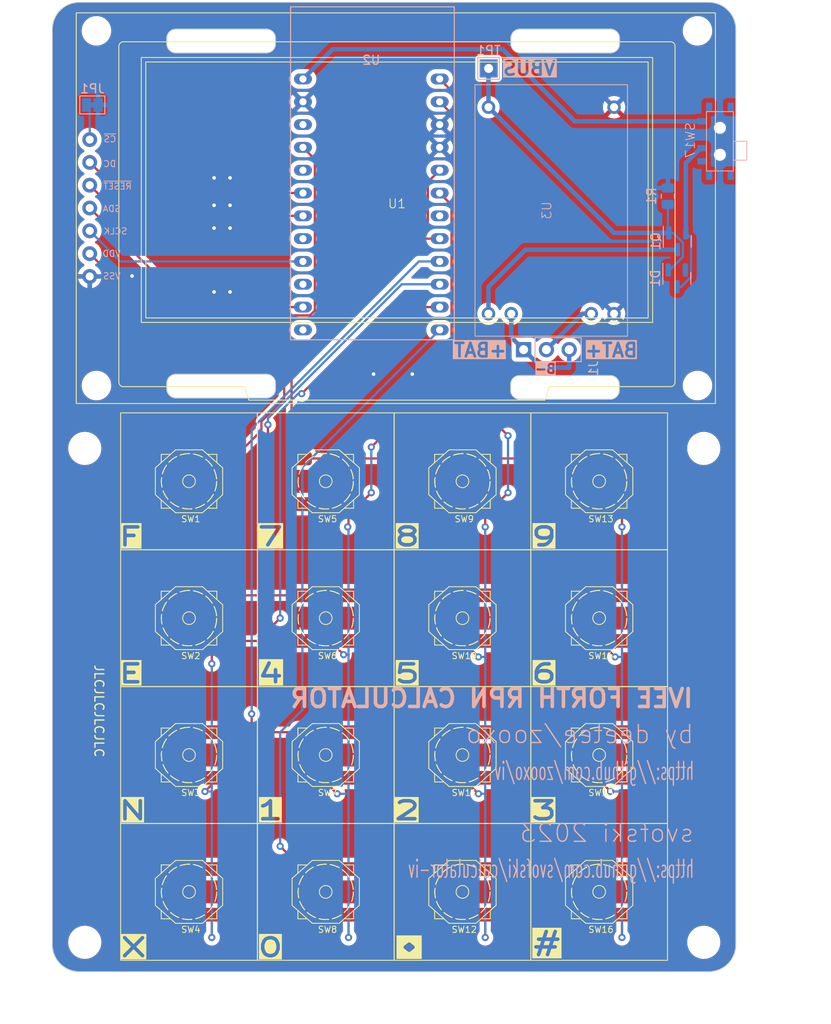
<source format=kicad_pcb>
(kicad_pcb (version 20221018) (generator pcbnew)
  (layers (0 "F.Cu" signal) (31 "B.Cu" signal) (34 "B.Paste" user) (35 "F.Paste" user) (36 "B.SilkS" user "B.Silkscreen") (37 "F.SilkS" user "F.Silkscreen") (38 "B.Mask" user) (39 "F.Mask" user) (44 "Edge.Cuts" user))
  (net 0 "")
  (net 7 "GND")
  (net 8 "Net-(JP1-B)")
  (net 9 "/KEY_F")
  (net 10 "/COL_1")
  (net 11 "/ROW_E")
  (net 12 "/ROW_N")
  (net 13 "/ROW_X")
  (net 14 "/ROW_F")
  (net 15 "/COL_2")
  (net 16 "/COL_3")
  (net 17 "/COL_4")
  (net 18 "/VCC")
  (net 19 "/SCK")
  (net 20 "/SDA")
  (net 21 "/~{RESET}")
  (net 22 "/DC")
  (net 23 "/VBUS")
  (net 25 "Net-(D1-COM)")
  (net 26 "Net-(J1-Pin_1)")
  (net 27 "Net-(J1-Pin_2)")
  (net 28 "Net-(Q1-D)")
  (net 29 "/RAW")
  (footprint "MountingHole:MountingHole_3.2mm_M3" (layer "F.Cu") (at 141.2 95.4)
    (fp_text reference "H4" hide)
    (fp_text value "MountingHole")
    (pad "" np_thru_hole circle (at 0 0) (size 3.2 3.2) (drill 3.2) (layers "*.Cu" "*.Mask"))
  )
  (footprint "SKRRAAE010_Dome_Switch:SKRRAAE010-15.24mm-keyboard-pitch" (layer "F.Cu") (at 83.82 114.3)
    (fp_text reference "SW2" (at 0.2 4.2 unlocked) (layer "F.SilkS") (effects (font (size 0.7 0.7) (thickness 0.1))))
    (fp_text value "~" hide)
    (pad "1" smd roundrect (at -2.54 -2.54) (size 2 1.524) (layers "F.Cu" "F.Paste" "F.Mask") (net 11 "/ROW_E"))
    (pad "2" smd roundrect (at -2.54 2.54) (size 2 1.524) (layers "F.Cu" "F.Paste" "F.Mask") (net 10 "/COL_1"))
    (pad "3" smd roundrect (at 2.54 -2.54) (size 2 1.524) (layers "F.Cu" "F.Paste" "F.Mask") (net 11 "/ROW_E"))
    (pad "4" smd roundrect (at 2.54 2.54) (size 2 1.524) (layers "F.Cu" "F.Paste" "F.Mask") (net 10 "/COL_1"))
  )
  (footprint "OLED_Display:OLED_2.42inch_SPI_7PIN" (layer "F.Cu") (at 107 68.65)
    (fp_text reference "U1" (at 0 -0.5 unlocked) (layer "F.SilkS") (effects (font (thickness 0.1))))
    (fp_text value "~")
    (fp_text user "SDA" (at -30.75 0.47 unlocked) (layer "B.SilkS") (effects (font (size 0.7 0.7) (thickness 0.1)) (justify left bottom mirror)))
    (fp_text user "SCLK" (at -30 2.97 unlocked) (layer "B.SilkS") (effects (font (size 0.7 0.7) (thickness 0.1)) (justify left bottom mirror)))
    (fp_text user "VDD" (at -30.75 5.47 unlocked) (layer "B.SilkS") (effects (font (size 0.7 0.7) (thickness 0.1)) (justify left bottom mirror)))
    (fp_text user "VSS" (at -30.75 7.97 unlocked) (layer "B.SilkS") (effects (font (size 0.7 0.7) (thickness 0.1)) (justify left bottom mirror)))
    (fp_text user "DC" (at -31.25 -4.53 unlocked) (layer "B.SilkS") (effects (font (size 0.7 0.7) (thickness 0.1)) (justify left bottom mirror)))
    (fp_text user "~{RESET}" (at -29.5 -2.03 unlocked) (layer "B.SilkS") (effects (font (size 0.7 0.7) (thickness 0.1)) (justify left bottom mirror)))
    (fp_text user "~{CS}" (at -31.25 -7.28 unlocked) (layer "B.SilkS") (effects (font (size 0.7 0.7) (thickness 0.1)) (justify left bottom mirror)))
    (pad "" np_thru_hole circle (at -33.5 -19.75) (size 2.8 2.8) (drill 2.8) (layers "F&B.Cu" "*.Mask"))
    (pad "" np_thru_hole circle (at -33.5 19.75) (size 2.8 2.8) (drill 2.8) (layers "F&B.Cu" "*.Mask"))
    (pad "" np_thru_hole circle (at 33.5 -19.75) (size 2.8 2.8) (drill 2.8) (layers "F&B.Cu" "*.Mask"))
    (pad "" np_thru_hole circle (at 33.5 19.75) (size 2.8 2.8) (drill 2.8) (layers "F&B.Cu" "*.Mask"))
    (pad "1" thru_hole oval (at -34.25 7.6) (size 1.65 1.65) (drill 0.9) (layers "*.Cu" "*.Mask") (net 7 "GND"))
    (pad "2" thru_hole oval (at -34.25 5.06) (size 1.65 1.65) (drill 0.9) (layers "*.Cu" "*.Mask") (net 18 "/VCC"))
    (pad "3" thru_hole oval (at -34.25 2.52) (size 1.65 1.65) (drill 0.9) (layers "*.Cu" "*.Mask") (net 19 "/SCK"))
    (pad "4" thru_hole oval (at -34.25 -0.02) (size 1.65 1.65) (drill 0.9) (layers "*.Cu" "*.Mask") (net 20 "/SDA"))
    (pad "5" thru_hole oval (at -34.25 -2.56) (size 1.65 1.65) (drill 0.9) (layers "*.Cu" "*.Mask") (net 21 "/~{RESET}"))
    (pad "6" thru_hole oval (at -34.25 -5.1) (size 1.65 1.65) (drill 0.9) (layers "*.Cu" "*.Mask") (net 22 "/DC"))
    (pad "7" thru_hole oval (at -34.25 -7.64) (size 1.65 1.65) (drill 0.9) (layers "*.Cu" "*.Mask") (net 8 "Net-(JP1-B)"))
  )
  (footprint "MountingHole:MountingHole_3.2mm_M3" (layer "F.Cu") (at 72.2 150.4)
    (fp_text reference "H1" hide)
    (fp_text value "MountingHole")
    (pad "" np_thru_hole circle (at 0 0) (size 3.2 3.2) (drill 3.2) (layers "*.Cu" "*.Mask"))
  )
  (footprint "SKRRAAE010_Dome_Switch:SKRRAAE010-15.24mm-keyboard-pitch" (layer "F.Cu") (at 99.06 144.78)
    (fp_text reference "SW8" (at 0.2 4.2 unlocked) (layer "F.SilkS") (effects (font (size 0.7 0.7) (thickness 0.1))))
    (fp_text value "~" hide)
    (pad "1" smd roundrect (at -2.54 -2.54) (size 2 1.524) (layers "F.Cu" "F.Paste" "F.Mask") (net 13 "/ROW_X"))
    (pad "2" smd roundrect (at -2.54 2.54) (size 2 1.524) (layers "F.Cu" "F.Paste" "F.Mask") (net 15 "/COL_2"))
    (pad "3" smd roundrect (at 2.54 -2.54) (size 2 1.524) (layers "F.Cu" "F.Paste" "F.Mask") (net 13 "/ROW_X"))
    (pad "4" smd roundrect (at 2.54 2.54) (size 2 1.524) (layers "F.Cu" "F.Paste" "F.Mask") (net 15 "/COL_2"))
  )
  (footprint "SKRRAAE010_Dome_Switch:SKRRAAE010-15.24mm-keyboard-pitch" (layer "F.Cu") (at 99.06 114.3)
    (fp_text reference "SW6" (at 0.2 4.2 unlocked) (layer "F.SilkS") (effects (font (size 0.7 0.7) (thickness 0.1))))
    (fp_text value "~" hide)
    (pad "1" smd roundrect (at -2.54 -2.54) (size 2 1.524) (layers "F.Cu" "F.Paste" "F.Mask") (net 11 "/ROW_E"))
    (pad "2" smd roundrect (at -2.54 2.54) (size 2 1.524) (layers "F.Cu" "F.Paste" "F.Mask") (net 15 "/COL_2"))
    (pad "3" smd roundrect (at 2.54 -2.54) (size 2 1.524) (layers "F.Cu" "F.Paste" "F.Mask") (net 11 "/ROW_E"))
    (pad "4" smd roundrect (at 2.54 2.54) (size 2 1.524) (layers "F.Cu" "F.Paste" "F.Mask") (net 15 "/COL_2"))
  )
  (footprint "SKRRAAE010_Dome_Switch:SKRRAAE010-15.24mm-keyboard-pitch" (layer "F.Cu") (at 83.82 144.78)
    (fp_text reference "SW4" (at 0.2 4.2 unlocked) (layer "F.SilkS") (effects (font (size 0.7 0.7) (thickness 0.1))))
    (fp_text value "~" hide)
    (pad "1" smd roundrect (at -2.54 -2.54) (size 2 1.524) (layers "F.Cu" "F.Paste" "F.Mask") (net 13 "/ROW_X"))
    (pad "2" smd roundrect (at -2.54 2.54) (size 2 1.524) (layers "F.Cu" "F.Paste" "F.Mask") (net 10 "/COL_1"))
    (pad "3" smd roundrect (at 2.54 -2.54) (size 2 1.524) (layers "F.Cu" "F.Paste" "F.Mask") (net 13 "/ROW_X"))
    (pad "4" smd roundrect (at 2.54 2.54) (size 2 1.524) (layers "F.Cu" "F.Paste" "F.Mask") (net 10 "/COL_1"))
  )
  (footprint "MountingHole:MountingHole_3.2mm_M3" (layer "F.Cu") (at 141.2 150.4)
    (fp_text reference "H2" hide)
    (fp_text value "MountingHole")
    (pad "" np_thru_hole circle (at 0 0) (size 3.2 3.2) (drill 3.2) (layers "*.Cu" "*.Mask"))
  )
  (footprint "SKRRAAE010_Dome_Switch:SKRRAAE010-15.24mm-keyboard-pitch" (layer "F.Cu") (at 114.3 129.54)
    (fp_text reference "SW11" (at 0.2 4.2 unlocked) (layer "F.SilkS") (effects (font (size 0.7 0.7) (thickness 0.1))))
    (fp_text value "~" hide)
    (pad "1" smd roundrect (at -2.54 -2.54) (size 2 1.524) (layers "F.Cu" "F.Paste" "F.Mask") (net 12 "/ROW_N"))
    (pad "2" smd roundrect (at -2.54 2.54) (size 2 1.524) (layers "F.Cu" "F.Paste" "F.Mask") (net 16 "/COL_3"))
    (pad "3" smd roundrect (at 2.54 -2.54) (size 2 1.524) (layers "F.Cu" "F.Paste" "F.Mask") (net 12 "/ROW_N"))
    (pad "4" smd roundrect (at 2.54 2.54) (size 2 1.524) (layers "F.Cu" "F.Paste" "F.Mask") (net 16 "/COL_3"))
  )
  (footprint "SKRRAAE010_Dome_Switch:SKRRAAE010-15.24mm-keyboard-pitch" (layer "F.Cu") (at 99.06 99.06)
    (fp_text reference "SW5" (at 0.2 4.2 unlocked) (layer "F.SilkS") (effects (font (size 0.7 0.7) (thickness 0.1))))
    (fp_text value "~" hide)
    (pad "1" smd roundrect (at -2.54 -2.54) (size 2 1.524) (layers "F.Cu" "F.Paste" "F.Mask") (net 14 "/ROW_F"))
    (pad "2" smd roundrect (at -2.54 2.54) (size 2 1.524) (layers "F.Cu" "F.Paste" "F.Mask") (net 15 "/COL_2"))
    (pad "3" smd roundrect (at 2.54 -2.54) (size 2 1.524) (layers "F.Cu" "F.Paste" "F.Mask") (net 14 "/ROW_F"))
    (pad "4" smd roundrect (at 2.54 2.54) (size 2 1.524) (layers "F.Cu" "F.Paste" "F.Mask") (net 15 "/COL_2"))
  )
  (footprint "SKRRAAE010_Dome_Switch:SKRRAAE010-15.24mm-keyboard-pitch" (layer "F.Cu") (at 129.54 129.54)
    (fp_text reference "SW15" (at 0.2 4.2 unlocked) (layer "F.SilkS") (effects (font (size 0.7 0.7) (thickness 0.1))))
    (fp_text value "~" hide)
    (pad "1" smd roundrect (at -2.54 -2.54) (size 2 1.524) (layers "F.Cu" "F.Paste" "F.Mask") (net 12 "/ROW_N"))
    (pad "2" smd roundrect (at -2.54 2.54) (size 2 1.524) (layers "F.Cu" "F.Paste" "F.Mask") (net 17 "/COL_4"))
    (pad "3" smd roundrect (at 2.54 -2.54) (size 2 1.524) (layers "F.Cu" "F.Paste" "F.Mask") (net 12 "/ROW_N"))
    (pad "4" smd roundrect (at 2.54 2.54) (size 2 1.524) (layers "F.Cu" "F.Paste" "F.Mask") (net 17 "/COL_4"))
  )
  (footprint "SKRRAAE010_Dome_Switch:SKRRAAE010-15.24mm-keyboard-pitch" (layer "F.Cu") (at 83.82 129.54)
    (fp_text reference "SW3" (at 0.2 4.2 unlocked) (layer "F.SilkS") (effects (font (size 0.7 0.7) (thickness 0.1))))
    (fp_text value "~" hide)
    (pad "1" smd roundrect (at -2.54 -2.54) (size 2 1.524) (layers "F.Cu" "F.Paste" "F.Mask") (net 12 "/ROW_N"))
    (pad "2" smd roundrect (at -2.54 2.54) (size 2 1.524) (layers "F.Cu" "F.Paste" "F.Mask") (net 10 "/COL_1"))
    (pad "3" smd roundrect (at 2.54 -2.54) (size 2 1.524) (layers "F.Cu" "F.Paste" "F.Mask") (net 12 "/ROW_N"))
    (pad "4" smd roundrect (at 2.54 2.54) (size 2 1.524) (layers "F.Cu" "F.Paste" "F.Mask") (net 10 "/COL_1"))
  )
  (footprint "SKRRAAE010_Dome_Switch:SKRRAAE010-15.24mm-keyboard-pitch" (layer "F.Cu") (at 129.54 114.3)
    (fp_text reference "SW14" (at 0.2 4.2 unlocked) (layer "F.SilkS") (effects (font (size 0.7 0.7) (thickness 0.1))))
    (fp_text value "~" hide)
    (pad "1" smd roundrect (at -2.54 -2.54) (size 2 1.524) (layers "F.Cu" "F.Paste" "F.Mask") (net 11 "/ROW_E"))
    (pad "2" smd roundrect (at -2.54 2.54) (size 2 1.524) (layers "F.Cu" "F.Paste" "F.Mask") (net 17 "/COL_4"))
    (pad "3" smd roundrect (at 2.54 -2.54) (size 2 1.524) (layers "F.Cu" "F.Paste" "F.Mask") (net 11 "/ROW_E"))
    (pad "4" smd roundrect (at 2.54 2.54) (size 2 1.524) (layers "F.Cu" "F.Paste" "F.Mask") (net 17 "/COL_4"))
  )
  (footprint "SKRRAAE010_Dome_Switch:SKRRAAE010-15.24mm-keyboard-pitch" (layer "F.Cu") (at 129.54 144.78)
    (fp_text reference "SW16" (at 0.2 4.2 unlocked) (layer "F.SilkS") (effects (font (size 0.7 0.7) (thickness 0.1))))
    (fp_text value "~" hide)
    (pad "1" smd roundrect (at -2.54 -2.54) (size 2 1.524) (layers "F.Cu" "F.Paste" "F.Mask") (net 13 "/ROW_X"))
    (pad "2" smd roundrect (at -2.54 2.54) (size 2 1.524) (layers "F.Cu" "F.Paste" "F.Mask") (net 17 "/COL_4"))
    (pad "3" smd roundrect (at 2.54 -2.54) (size 2 1.524) (layers "F.Cu" "F.Paste" "F.Mask") (net 13 "/ROW_X"))
    (pad "4" smd roundrect (at 2.54 2.54) (size 2 1.524) (layers "F.Cu" "F.Paste" "F.Mask") (net 17 "/COL_4"))
  )
  (footprint "SKRRAAE010_Dome_Switch:SKRRAAE010-15.24mm-keyboard-pitch" (layer "F.Cu") (at 129.54 99.06)
    (fp_text reference "SW13" (at 0.2 4.2 unlocked) (layer "F.SilkS") (effects (font (size 0.7 0.7) (thickness 0.1))))
    (fp_text value "~" hide)
    (pad "1" smd roundrect (at -2.54 -2.54) (size 2 1.524) (layers "F.Cu" "F.Paste" "F.Mask") (net 14 "/ROW_F"))
    (pad "2" smd roundrect (at -2.54 2.54) (size 2 1.524) (layers "F.Cu" "F.Paste" "F.Mask") (net 17 "/COL_4"))
    (pad "3" smd roundrect (at 2.54 -2.54) (size 2 1.524) (layers "F.Cu" "F.Paste" "F.Mask") (net 14 "/ROW_F"))
    (pad "4" smd roundrect (at 2.54 2.54) (size 2 1.524) (layers "F.Cu" "F.Paste" "F.Mask") (net 17 "/COL_4"))
  )
  (footprint "SKRRAAE010_Dome_Switch:SKRRAAE010-15.24mm-keyboard-pitch" (layer "F.Cu") (at 114.3 144.78)
    (fp_text reference "SW12" (at 0.2 4.2 unlocked) (layer "F.SilkS") (effects (font (size 0.7 0.7) (thickness 0.1))))
    (fp_text value "~" hide)
    (pad "1" smd roundrect (at -2.54 -2.54) (size 2 1.524) (layers "F.Cu" "F.Paste" "F.Mask") (net 13 "/ROW_X"))
    (pad "2" smd roundrect (at -2.54 2.54) (size 2 1.524) (layers "F.Cu" "F.Paste" "F.Mask") (net 16 "/COL_3"))
    (pad "3" smd roundrect (at 2.54 -2.54) (size 2 1.524) (layers "F.Cu" "F.Paste" "F.Mask") (net 13 "/ROW_X"))
    (pad "4" smd roundrect (at 2.54 2.54) (size 2 1.524) (layers "F.Cu" "F.Paste" "F.Mask") (net 16 "/COL_3"))
  )
  (footprint "SKRRAAE010_Dome_Switch:SKRRAAE010-15.24mm-keyboard-pitch" (layer "F.Cu") (at 114.3 99.06)
    (fp_text reference "SW9" (at 0.2 4.2 unlocked) (layer "F.SilkS") (effects (font (size 0.7 0.7) (thickness 0.1))))
    (fp_text value "~" hide)
    (pad "1" smd roundrect (at -2.54 -2.54) (size 2 1.524) (layers "F.Cu" "F.Paste" "F.Mask") (net 14 "/ROW_F"))
    (pad "2" smd roundrect (at -2.54 2.54) (size 2 1.524) (layers "F.Cu" "F.Paste" "F.Mask") (net 16 "/COL_3"))
    (pad "3" smd roundrect (at 2.54 -2.54) (size 2 1.524) (layers "F.Cu" "F.Paste" "F.Mask") (net 14 "/ROW_F"))
    (pad "4" smd roundrect (at 2.54 2.54) (size 2 1.524) (layers "F.Cu" "F.Paste" "F.Mask") (net 16 "/COL_3"))
  )
  (footprint "MountingHole:MountingHole_3.2mm_M3" (layer "F.Cu") (at 72.2 95.4)
    (fp_text reference "H3" hide)
    (fp_text value "MountingHole")
    (pad "" np_thru_hole circle (at 0 0) (size 3.2 3.2) (drill 3.2) (layers "*.Cu" "*.Mask"))
  )
  (footprint "SKRRAAE010_Dome_Switch:SKRRAAE010-15.24mm-keyboard-pitch" (layer "F.Cu") (at 114.3 114.3)
    (fp_text reference "SW10" (at 0.2 4.2 unlocked) (layer "F.SilkS") (effects (font (size 0.7 0.7) (thickness 0.1))))
    (fp_text value "~" hide)
    (pad "1" smd roundrect (at -2.54 -2.54) (size 2 1.524) (layers "F.Cu" "F.Paste" "F.Mask") (net 11 "/ROW_E"))
    (pad "2" smd roundrect (at -2.54 2.54) (size 2 1.524) (layers "F.Cu" "F.Paste" "F.Mask") (net 16 "/COL_3"))
    (pad "3" smd roundrect (at 2.54 -2.54) (size 2 1.524) (layers "F.Cu" "F.Paste" "F.Mask") (net 11 "/ROW_E"))
    (pad "4" smd roundrect (at 2.54 2.54) (size 2 1.524) (layers "F.Cu" "F.Paste" "F.Mask") (net 16 "/COL_3"))
  )
  (footprint "SKRRAAE010_Dome_Switch:SKRRAAE010-15.24mm-keyboard-pitch" (layer "F.Cu") (at 83.82 99.06)
    (fp_text reference "SW1" (at 0.2 4.2 unlocked) (layer "F.SilkS") (effects (font (size 0.7 0.7) (thickness 0.1))))
    (fp_text value "~" hide)
    (pad "1" smd roundrect (at -2.54 -2.54) (size 2 1.524) (layers "F.Cu" "F.Paste" "F.Mask") (net 9 "/KEY_F"))
    (pad "2" smd roundrect (at -2.54 2.54) (size 2 1.524) (layers "F.Cu" "F.Paste" "F.Mask") (net 7 "GND"))
    (pad "3" smd roundrect (at 2.54 -2.54) (size 2 1.524) (layers "F.Cu" "F.Paste" "F.Mask") (net 9 "/KEY_F"))
    (pad "4" smd roundrect (at 2.54 2.54) (size 2 1.524) (layers "F.Cu" "F.Paste" "F.Mask") (net 7 "GND"))
  )
  (footprint "SKRRAAE010_Dome_Switch:SKRRAAE010-15.24mm-keyboard-pitch" (layer "F.Cu") (at 99.06 129.54)
    (fp_text reference "SW7" (at 0.2 4.2 unlocked) (layer "F.SilkS") (effects (font (size 0.7 0.7) (thickness 0.1))))
    (fp_text value "~" hide)
    (pad "1" smd roundrect (at -2.54 -2.54) (size 2 1.524) (layers "F.Cu" "F.Paste" "F.Mask") (net 12 "/ROW_N"))
    (pad "2" smd roundrect (at -2.54 2.54) (size 2 1.524) (layers "F.Cu" "F.Paste" "F.Mask") (net 15 "/COL_2"))
    (pad "3" smd roundrect (at 2.54 -2.54) (size 2 1.524) (layers "F.Cu" "F.Paste" "F.Mask") (net 12 "/ROW_N"))
    (pad "4" smd roundrect (at 2.54 2.54) (size 2 1.524) (layers "F.Cu" "F.Paste" "F.Mask") (net 15 "/COL_2"))
  )
  (footprint "Package_TO_SOT_SMD:SOT-23" (layer "B.Cu") (at 138.2 76.4625 -90)
    (fp_text reference "D1" (at 0 2.4 90) (layer "B.SilkS") (effects (justify mirror)))
    (fp_text value "BAT54S")
    (pad "1" smd roundrect (at -0.9375 0.95 270) (size 1.475 0.6) (layers "B.Cu" "B.Paste" "B.Mask") (net 23 "/VBUS"))
    (pad "2" smd roundrect (at -0.9375 -0.95 270) (size 1.475 0.6) (layers "B.Cu" "B.Paste" "B.Mask"))
    (pad "3" smd roundrect (at 0.9375 0 270) (size 1.475 0.6) (layers "B.Cu" "B.Paste" "B.Mask") (net 25 "Net-(D1-COM)"))
  )
  (footprint "TestPoint:TestPoint_THTPad_2.0x2.0mm_Drill1.0mm" (layer "B.Cu") (at 117.221 53.086 180)
    (fp_text reference "TP1" (at 0 1.998) (layer "B.SilkS") (effects (justify mirror)))
    (fp_text value "Bodge directly from Arduino USB UVCC")
    (pad "1" thru_hole rect (at 0 0 180) (size 2 2) (drill 1) (layers "*.Cu" "*.Mask") (net 23 "/VBUS"))
  )
  (footprint "Package_TO_SOT_SMD:SOT-23" (layer "B.Cu") (at 138.25 72.3375 -90)
    (fp_text reference "Q1" (at 0 2.4 90) (layer "B.SilkS") (effects (justify mirror)))
    (fp_text value "AP3101")
    (pad "1" smd roundrect (at -0.9375 0.95 270) (size 1.475 0.6) (layers "B.Cu" "B.Paste" "B.Mask") (net 23 "/VBUS"))
    (pad "2" smd roundrect (at -0.9375 -0.95 270) (size 1.475 0.6) (layers "B.Cu" "B.Paste" "B.Mask") (net 25 "Net-(D1-COM)"))
    (pad "3" smd roundrect (at 0.9375 0 270) (size 1.475 0.6) (layers "B.Cu" "B.Paste" "B.Mask") (net 28 "Net-(Q1-D)"))
  )
  (footprint "Resistor_SMD:R_0805_2012Metric" (layer "B.Cu") (at 137.2 67.3125 90)
    (fp_text reference "R1" (at 0.0025 -1.818 90) (layer "B.SilkS") (effects (justify mirror)))
    (fp_text value "10K")
    (pad "1" smd roundrect (at -0.9125 0 90) (size 1.025 1.4) (layers "B.Cu" "B.Paste" "B.Mask") (roundrect_rratio 0.243902) (net 23 "/VBUS"))
    (pad "2" smd roundrect (at 0.9125 0 90) (size 1.025 1.4) (layers "B.Cu" "B.Paste" "B.Mask") (roundrect_rratio 0.243902) (net 7 "GND"))
  )
  (footprint "Arduino_Pro_Micro:Arduino Pro Micro USB-C 36.8x17.7" (layer "B.Cu") (at 104.14 68.23 -90)
    (fp_text reference "U2" (at -16.07 0) (layer "B.SilkS") (effects (justify mirror)))
    (fp_text value "~")
    (pad "1" thru_hole oval (at -13.97 -7.62 270) (size 1.2 2) (drill 0.8) (layers "*.Cu" "*.Mask") (net 17 "/COL_4"))
    (pad "2" thru_hole oval (at -11.43 -7.62 270) (size 1.2 2) (drill 0.8) (layers "*.Cu" "*.Mask") (net 16 "/COL_3"))
    (pad "3" thru_hole oval (at -8.89 -7.62 270) (size 1.2 2) (drill 0.8) (layers "*.Cu" "*.Mask") (net 7 "GND"))
    (pad "4" thru_hole oval (at -6.35 -7.62 270) (size 1.2 2) (drill 0.8) (layers "*.Cu" "*.Mask") (net 7 "GND"))
    (pad "5" thru_hole oval (at -3.81 -7.62 270) (size 1.2 2) (drill 0.8) (layers "*.Cu" "*.Mask") (net 9 "/KEY_F"))
    (pad "6" thru_hole oval (at -1.27 -7.62 270) (size 1.2 2) (drill 0.8) (layers "*.Cu" "*.Mask") (net 15 "/COL_2"))
    (pad "7" thru_hole oval (at 1.27 -7.62 270) (size 1.2 2) (drill 0.8) (layers "*.Cu" "*.Mask"))
    (pad "8" thru_hole oval (at 3.81 -7.62 270) (size 1.2 2) (drill 0.8) (layers "*.Cu" "*.Mask") (net 14 "/ROW_F"))
    (pad "9" thru_hole oval (at 6.35 -7.62 270) (size 1.2 2) (drill 0.8) (layers "*.Cu" "*.Mask") (net 12 "/ROW_N"))
    (pad "10" thru_hole oval (at 8.89 -7.62 270) (size 1.2 2) (drill 0.8) (layers "*.Cu" "*.Mask") (net 11 "/ROW_E"))
    (pad "11" thru_hole oval (at 11.43 -7.62 270) (size 1.2 2) (drill 0.8) (layers "*.Cu" "*.Mask") (net 10 "/COL_1"))
    (pad "12" thru_hole oval (at 13.97 -7.62 270) (size 1.2 2) (drill 0.8) (layers "*.Cu" "*.Mask") (net 13 "/ROW_X"))
    (pad "13" thru_hole oval (at 13.97 7.62 270) (size 1.2 2) (drill 0.8) (layers "*.Cu" "*.Mask"))
    (pad "14" thru_hole oval (at 11.43 7.62 270) (size 1.2 2) (drill 0.8) (layers "*.Cu" "*.Mask") (net 20 "/SDA"))
    (pad "15" thru_hole oval (at 8.89 7.62 270) (size 1.2 2) (drill 0.8) (layers "*.Cu" "*.Mask"))
    (pad "16" thru_hole oval (at 6.35 7.62 270) (size 1.2 2) (drill 0.8) (layers "*.Cu" "*.Mask") (net 19 "/SCK"))
    (pad "17" thru_hole oval (at 3.81 7.62 270) (size 1.2 2) (drill 0.8) (layers "*.Cu" "*.Mask"))
    (pad "18" thru_hole oval (at 1.27 7.62 270) (size 1.2 2) (drill 0.8) (layers "*.Cu" "*.Mask") (net 21 "/~{RESET}"))
    (pad "19" thru_hole oval (at -1.27 7.62 270) (size 1.2 2) (drill 0.8) (layers "*.Cu" "*.Mask") (net 22 "/DC"))
    (pad "20" thru_hole oval (at -3.81 7.62 270) (size 1.2 2) (drill 0.8) (layers "*.Cu" "*.Mask"))
    (pad "21" thru_hole oval (at -6.35 7.62 270) (size 1.2 2) (drill 0.8) (layers "*.Cu" "*.Mask") (net 18 "/VCC"))
    (pad "22" thru_hole oval (at -8.89 7.62 270) (size 1.2 2) (drill 0.8) (layers "*.Cu" "*.Mask"))
    (pad "23" thru_hole oval (at -11.43 7.62 270) (size 1.2 2) (drill 0.8) (layers "*.Cu" "*.Mask") (net 7 "GND"))
    (pad "24" thru_hole oval (at -13.97 7.62 270) (size 1.2 2) (drill 0.8) (layers "*.Cu" "*.Mask") (net 29 "/RAW"))
  )
  (footprint "Switch_MSK12C02:MSK12C02" (layer "B.Cu") (at 143 61.2 -90)
    (fp_text reference "SW17" (at -0.113 3.3 90 unlocked) (layer "B.SilkS") (effects (font (thickness 0.1)) (justify mirror)))
    (fp_text value "MSK12C02")
    (pad "" np_thru_hole circle (at -1.5 0 270) (size 0.85 0.85) (drill 0.85) (layers "F&B.Cu" "*.Mask"))
    (pad "" np_thru_hole circle (at 1.5 0 270) (size 0.85 0.85) (drill 0.85) (layers "F&B.Cu" "*.Mask"))
    (pad "1" smd rect (at -2.225 2 180) (size 1 0.7) (layers "B.Cu" "B.Paste" "B.Mask") (net 29 "/RAW"))
    (pad "2" smd rect (at 0.775 2 180) (size 1 0.7) (layers "B.Cu" "B.Paste" "B.Mask") (net 25 "Net-(D1-COM)"))
    (pad "3" smd rect (at 2.225 2 180) (size 1 0.7) (layers "B.Cu" "B.Paste" "B.Mask"))
    (pad "4" smd rect (at -3.8 -1.2 270) (size 1 0.7) (layers "B.Cu" "B.Paste" "B.Mask"))
    (pad "4" smd rect (at -3.8 1.2 270) (size 1 0.7) (layers "B.Cu" "B.Paste" "B.Mask"))
    (pad "4" smd rect (at 3.8 -1.2 270) (size 1 0.7) (layers "B.Cu" "B.Paste" "B.Mask"))
    (pad "4" smd rect (at 3.8 1.2 270) (size 1 0.7) (layers "B.Cu" "B.Paste" "B.Mask"))
  )
  (footprint "Jumper:SolderJumper-2_P1.3mm_Bridged_Pad1.0x1.5mm" (layer "B.Cu") (at 73.04 57.15 180)
    (fp_text reference "JP1" (at 0 1.8) (layer "B.SilkS") (effects (justify mirror)))
    (fp_text value "SolderJumper_2_Bridged")
    (fp_poly (pts (xy -0.25 0.3) (xy 0.25 0.3) (xy 0.25 -0.3) (xy -0.25 -0.3)) (fill solid) (layer "B.Cu"))
    (pad "1" smd rect (at -0.65 0 180) (size 1 1.5) (layers "B.Cu" "B.Mask") (net 7 "GND"))
    (pad "2" smd rect (at 0.65 0 180) (size 1 1.5) (layers "B.Cu" "B.Mask") (net 8 "Net-(JP1-B)"))
  )
  (footprint "TP4056_Module:TP4056 Module 28x17" (layer "B.Cu") (at 124.2 68.9 -90)
    (fp_text reference "U3" (at 0 0.5 90 unlocked) (layer "B.SilkS") (effects (font (thickness 0.1)) (justify mirror)))
    (fp_text value "TP4056 Module 28x17")
    (pad "1" thru_hole circle (at -11.5 -7 270) (size 1.5 1.5) (drill 0.9) (layers "*.Cu" "*.Mask") (net 7 "GND"))
    (pad "2" thru_hole circle (at 11.5 -7 270) (size 1.5 1.5) (drill 0.9) (layers "*.Cu" "*.Mask") (net 7 "GND"))
    (pad "3" thru_hole circle (at 11.5 -4.46 270) (size 1.5 1.5) (drill 0.9) (layers "*.Cu" "*.Mask") (net 27 "Net-(J1-Pin_2)"))
    (pad "4" thru_hole circle (at 11.5 4.46 270) (size 1.5 1.5) (drill 0.9) (layers "*.Cu" "*.Mask") (net 26 "Net-(J1-Pin_1)"))
    (pad "5" thru_hole circle (at 11.5 7 270) (size 1.5 1.5) (drill 0.9) (layers "*.Cu" "*.Mask") (net 28 "Net-(Q1-D)"))
    (pad "6" thru_hole circle (at -11.5 7 270) (size 1.5 1.5) (drill 0.9) (layers "*.Cu" "*.Mask") (net 23 "/VBUS"))
  )
  (footprint "Connector_PinHeader_2.54mm:PinHeader_1x03_P2.54mm_Vertical" (layer "B.Cu") (at 121.12 84.4 -90)
    (fp_text reference "J1" (at 2.087 -7.785 90) (layer "B.SilkS") (effects (justify mirror)))
    (fp_text value "BAT")
    (pad "1" thru_hole rect (at 0 0 270) (size 1.7 1.7) (drill 1) (layers "*.Cu" "*.Mask") (net 26 "Net-(J1-Pin_1)"))
    (pad "2" thru_hole oval (at 0 -2.54 270) (size 1.7 1.7) (drill 1) (layers "*.Cu" "*.Mask") (net 27 "Net-(J1-Pin_2)"))
    (pad "3" thru_hole oval (at 0 -5.08 270) (size 1.7 1.7) (drill 1) (layers "*.Cu" "*.Mask") (net 26 "Net-(J1-Pin_1)"))
  )
  (gr_arc (start 93.456 88.775) (mid 93.163107 89.482107) (end 92.456 89.775) (stroke (width 0.1)) (layer "Edge.Cuts"))
  (gr_line (start 68.58 150.67) (end 68.58 48.72) (stroke (width 0.1)) (layer "Edge.Cuts"))
  (gr_arc (start 144.78 150.67) (mid 143.90132 152.79132) (end 141.78 153.67) (stroke (width 0.1)) (layer "Edge.Cuts"))
  (gr_arc (start 82.352 89.775) (mid 81.644893 89.482107) (end 81.352 88.775) (stroke (width 0.1)) (layer "Edge.Cuts"))
  (gr_arc (start 120.678 89.916) (mid 119.970893 89.623107) (end 119.678 88.916) (stroke (width 0.1)) (layer "Edge.Cuts"))
  (gr_arc (start 92.456 87.146) (mid 93.163107 87.438893) (end 93.456 88.146) (stroke (width 0.1)) (layer "Edge.Cuts"))
  (gr_line (start 71.58 45.72) (end 141.78 45.72) (stroke (width 0.1)) (layer "Edge.Cuts"))
  (gr_line (start 144.78 48.72) (end 144.78 150.67) (stroke (width 0.1)) (layer "Edge.Cuts"))
  (gr_arc (start 130.782 87.287) (mid 131.489107 87.579893) (end 131.782 88.287) (stroke (width 0.1)) (layer "Edge.Cuts"))
  (gr_arc (start 120.706 51.346893) (mid 119.998893 51.054) (end 119.706 50.346893) (stroke (width 0.1)) (layer "Edge.Cuts"))
  (gr_line (start 93.456 88.146) (end 93.456 88.775) (stroke (width 0.1)) (layer "Edge.Cuts"))
  (gr_arc (start 82.352 51.346893) (mid 81.644893 51.054) (end 81.352 50.346893) (stroke (width 0.1)) (layer "Edge.Cuts"))
  (gr_line (start 119.678 88.916) (end 119.678 88.287) (stroke (width 0.1)) (layer "Edge.Cuts"))
  (gr_line (start 141.78 153.67) (end 71.58 153.67) (stroke (width 0.1)) (layer "Edge.Cuts"))
  (gr_line (start 93.456 49.717893) (end 93.456 50.346893) (stroke (width 0.1)) (layer "Edge.Cuts"))
  (gr_arc (start 93.456 50.346893) (mid 93.163107 51.054) (end 92.456 51.346893) (stroke (width 0.1)) (layer "Edge.Cuts"))
  (gr_line (start 92.456 51.346893) (end 82.352 51.346893) (stroke (width 0.1)) (layer "Edge.Cuts"))
  (gr_arc (start 131.782 88.916) (mid 131.489107 89.623107) (end 130.782 89.916) (stroke (width 0.1)) (layer "Edge.Cuts"))
  (gr_line (start 82.352 87.146) (end 92.456 87.146) (stroke (width 0.1)) (layer "Edge.Cuts"))
  (gr_arc (start 68.58 48.72) (mid 69.45868 46.59868) (end 71.58 45.72) (stroke (width 0.1)) (layer "Edge.Cuts"))
  (gr_line (start 131.81 49.717893) (end 131.81 50.346893) (stroke (width 0.1)) (layer "Edge.Cuts"))
  (gr_arc (start 81.352 49.717893) (mid 81.644893 49.010786) (end 82.352 48.717893) (stroke (width 0.1)) (layer "Edge.Cuts"))
  (gr_arc (start 92.456 48.717893) (mid 93.163107 49.010786) (end 93.456 49.717893) (stroke (width 0.1)) (layer "Edge.Cuts"))
  (gr_arc (start 81.352 88.146) (mid 81.644893 87.438893) (end 82.352 87.146) (stroke (width 0.1)) (layer "Edge.Cuts"))
  (gr_line (start 120.678 87.287) (end 130.782 87.287) (stroke (width 0.1)) (layer "Edge.Cuts"))
  (gr_line (start 130.81 51.346893) (end 120.706 51.346893) (stroke (width 0.1)) (layer "Edge.Cuts"))
  (gr_line (start 92.456 89.775) (end 82.352 89.775) (stroke (width 0.1)) (layer "Edge.Cuts"))
  (gr_line (start 120.706 48.717893) (end 130.81 48.717893) (stroke (width 0.1)) (layer "Edge.Cuts"))
  (gr_arc (start 130.81 48.717893) (mid 131.517107 49.010786) (end 131.81 49.717893) (stroke (width 0.1)) (layer "Edge.Cuts"))
  (gr_line (start 82.352 48.717893) (end 92.456 48.717893) (stroke (width 0.1)) (layer "Edge.Cuts"))
  (gr_line (start 130.782 89.916) (end 120.678 89.916) (stroke (width 0.1)) (layer "Edge.Cuts"))
  (gr_arc (start 71.58 153.67) (mid 69.45868 152.79132) (end 68.58 150.67) (stroke (width 0.1)) (layer "Edge.Cuts"))
  (gr_line (start 119.706 50.346893) (end 119.706 49.717893) (stroke (width 0.1)) (layer "Edge.Cuts"))
  (gr_arc (start 131.81 50.346893) (mid 131.517107 51.054) (end 130.81 51.346893) (stroke (width 0.1)) (layer "Edge.Cuts"))
  (gr_line (start 81.352 50.346893) (end 81.352 49.717893) (stroke (width 0.1)) (layer "Edge.Cuts"))
  (gr_arc (start 141.78 45.72) (mid 143.90132 46.59868) (end 144.78 48.72) (stroke (width 0.1)) (layer "Edge.Cuts"))
  (gr_arc (start 119.678 88.287) (mid 119.970893 87.579893) (end 120.678 87.287) (stroke (width 0.1)) (layer "Edge.Cuts"))
  (gr_arc (start 119.706 49.717893) (mid 119.998893 49.010786) (end 120.706 48.717893) (stroke (width 0.1)) (layer "Edge.Cuts"))
  (gr_line (start 131.782 88.287) (end 131.782 88.916) (stroke (width 0.1)) (layer "Edge.Cuts"))
  (gr_line (start 81.352 88.775) (end 81.352 88.146) (stroke (width 0.1)) (layer "Edge.Cuts"))
  (gr_text "VBUS" (at 124.841 53.975) (layer "B.SilkS" knockout) (effects (font (size 1.5 1.5) (thickness 0.3) bold) (justify left bottom mirror)))
  (gr_text "B-" (at 124.841 87.122) (layer "B.SilkS" knockout) (effects (font (size 1 1) (thickness 0.25) bold) (justify left bottom mirror)))
  (gr_text "BAT+" (at 133.985 85.344) (layer "B.SilkS" knockout) (effects (font (size 1.5 1.5) (thickness 0.3) bold) (justify left bottom mirror)))
  (gr_text "https://github.com/zooxo/iv" (at 140.2 132.503) (layer "B.SilkS") (effects (font (size 2 1)) (justify left bottom mirror)))
  (gr_text "by deetee/zooxo" (at 140.2 128.4) (layer "B.SilkS") (effects (font (size 2 2)) (justify left bottom mirror)))
  (gr_text "+BAT" (at 119.38 85.344) (layer "B.SilkS" knockout) (effects (font (size 1.5 1.5) (thickness 0.3) bold) (justify left bottom mirror)))
  (gr_text "https://github.com/svofski/calculator-iv" (at 140.2 143.4) (layer "B.SilkS") (effects (font (size 2 1)) (justify left bottom mirror)))
  (gr_text "IVEE FORTH RPN CALCULATOR" (at 140.2 124.4) (layer "B.SilkS") (effects (font (size 2 2) (thickness 0.4) bold) (justify left bottom mirror)))
  (gr_text "svofski 2023" (at 140.2 139.4) (layer "B.SilkS") (effects (font (size 2 2)) (justify left bottom mirror)))
  (gr_text "5" (at 106.45 121.65) (layer "F.SilkS" knockout) (effects (font (size 2 3) (thickness 0.4) bold) (justify left bottom)))
  (gr_text "6" (at 121.7 121.65) (layer "F.SilkS" knockout) (effects (font (size 2 3) (thickness 0.4) bold) (justify left bottom)))
  (gr_text "7" (at 91.2 106.4) (layer "F.SilkS" knockout) (effects (font (size 2 3) (thickness 0.4) bold) (justify left bottom)))
  (gr_text "JLCJLCJLCJLC" (at 73.2 119.4 -90) (layer "F.SilkS") (effects (font (size 1 1)) (justify left bottom)))
  (gr_text "0" (at 91.2 152.15) (layer "F.SilkS" knockout) (effects (font (size 2 3) (thickness 0.4) bold) (justify left bottom)))
  (gr_text "2" (at 106.45 136.9) (layer "F.SilkS" knockout) (effects (font (size 2 3) (thickness 0.4) bold) (justify left bottom)))
  (gr_text "#" (at 121.95 151.65) (layer "F.SilkS" knockout) (effects (font (size 2 3) (thickness 0.4) bold) (justify left bottom)))
  (gr_text "F" (at 75.7 106.4) (layer "F.SilkS" knockout) (effects (font (size 2 3) (thickness 0.4) bold) (justify left bottom)))
  (gr_text "9" (at 121.7 106.4) (layer "F.SilkS" knockout) (effects (font (size 2 3) (thickness 0.4) bold) (justify left bottom)))
  (gr_text "4" (at 91.2 121.65) (layer "F.SilkS" knockout) (effects (font (size 2 3) (thickness 0.4) bold) (justify left bottom)))
  (gr_text "3" (at 121.7 136.9) (layer "F.SilkS" knockout) (effects (font (size 2 3) (thickness 0.4) bold) (justify left bottom)))
  (gr_text "." (at 105.95 152.15) (layer "F.SilkS" knockout) (effects (font (size 7 9) (thickness 0.4) bold) (justify left bottom)))
  (gr_text "X" (at 75.95 152.15) (layer "F.SilkS" knockout) (effects (font (size 2 3) (thickness 0.4) bold) (justify left bottom)))
  (gr_text "8" (at 106.45 106.4) (layer "F.SilkS" knockout) (effects (font (size 2 3) (thickness 0.4) bold) (justify left bottom)))
  (gr_text "N" (at 75.7 136.9) (layer "F.SilkS" knockout) (effects (font (size 2 3) (thickness 0.4) bold) (justify left bottom)))
  (gr_text "1" (at 91.2 136.9) (layer "F.SilkS" knockout) (effects (font (size 2 3) (thickness 0.4) bold) (justify left bottom)))
  (gr_text "E" (at 75.7 121.65) (layer "F.SilkS" knockout) (effects (font (size 2 3) (thickness 0.4) bold) (justify left bottom)))
  (segment (start 81.28 101.6) (end 86.36 101.6) (width 0.25) (layer "F.Cu") (net 7))
  (via (at 104.394 87.122) (size 0.8) (drill 0.4) (layers "F.Cu" "B.Cu") (net 7))
  (via (at 88.392 77.978) (size 0.8) (drill 0.4) (layers "F.Cu" "B.Cu") (net 7))
  (via (at 77.47 76.2) (size 0.8) (drill 0.4) (layers "F.Cu" "B.Cu") (net 7))
  (via (at 88.392 70.866) (size 0.8) (drill 0.4) (layers "F.Cu" "B.Cu") (net 7))
  (via (at 88.392 65.278) (size 0.8) (drill 0.4) (layers "F.Cu" "B.Cu") (net 7))
  (via (at 86.614 68.326) (size 0.8) (drill 0.4) (layers "F.Cu" "B.Cu") (net 7))
  (via (at 86.614 70.866) (size 0.8) (drill 0.4) (layers "F.Cu" "B.Cu") (net 7))
  (via (at 86.614 77.978) (size 0.8) (drill 0.4) (layers "F.Cu" "B.Cu") (net 7))
  (via (at 108.712 87.122) (size 0.8) (drill 0.4) (layers "F.Cu" "B.Cu") (net 7))
  (via (at 88.392 68.326) (size 0.8) (drill 0.4) (layers "F.Cu" "B.Cu") (net 7))
  (via (at 86.614 65.278) (size 0.8) (drill 0.4) (layers "F.Cu" "B.Cu") (net 7))
  (segment (start 72.75 61.01) (end 72.75 57.51) (width 0.25) (layer "B.Cu") (net 8))
  (segment (start 72.75 57.51) (end 72.39 57.15) (width 0.25) (layer "B.Cu") (net 8))
  (segment (start 88.774396 96.52) (end 91.89 93.404396) (width 0.25) (layer "F.Cu") (net 9))
  (segment (start 81.28 96.52) (end 86.36 96.52) (width 0.25) (layer "F.Cu") (net 9))
  (segment (start 86.36 96.52) (end 88.774396 96.52) (width 0.25) (layer "F.Cu") (net 9))
  (segment (start 91.89 92.388396) (end 94.43 89.848396) (width 0.25) (layer "F.Cu") (net 9))
  (segment (start 94.43 86.289604) (end 110.435 70.284604) (width 0.25) (layer "F.Cu") (net 9))
  (segment (start 110.435 65.745) (end 111.76 64.42) (width 0.25) (layer "F.Cu") (net 9))
  (segment (start 110.435 70.284604) (end 110.435 65.745) (width 0.25) (layer "F.Cu") (net 9))
  (segment (start 94.43 89.848396) (end 94.43 86.289604) (width 0.25) (layer "F.Cu") (net 9))
  (segment (start 91.89 93.404396) (end 91.89 92.388396) (width 0.25) (layer "F.Cu") (net 9))
  (segment (start 86.36 132.08) (end 86.36 132.842) (width 0.25) (layer "F.Cu") (net 10))
  (segment (start 86.36 132.842) (end 85.598 133.604) (width 0.25) (layer "F.Cu") (net 10))
  (segment (start 86.36 147.32) (end 86.36 149.86) (width 0.25) (layer "F.Cu") (net 10))
  (segment (start 81.28 132.08) (end 86.36 132.08) (width 0.25) (layer "F.Cu") (net 10))
  (segment (start 86.36 116.84) (end 91.44 116.84) (width 0.25) (layer "F.Cu") (net 10))
  (segment (start 111.76 79.66) (end 106.023306 79.66) (width 0.25) (layer "F.Cu") (net 10))
  (segment (start 86.36 116.84) (end 86.36 119.38) (width 0.25) (layer "F.Cu") (net 10))
  (segment (start 81.28 116.84) (end 86.36 116.84) (width 0.25) (layer "F.Cu") (net 10))
  (segment (start 106.023306 79.66) (end 96.379153 89.304153) (width 0.25) (layer "F.Cu") (net 10))
  (segment (start 91.44 116.84) (end 93.98 114.3) (width 0.25) (layer "F.Cu") (net 10))
  (segment (start 81.28 147.32) (end 86.36 147.32) (width 0.25) (layer "F.Cu") (net 10))
  (via (at 85.598 133.604) (size 0.8) (drill 0.4) (layers "F.Cu" "B.Cu") (net 10))
  (via (at 86.36 149.86) (size 0.8) (drill 0.4) (layers "F.Cu" "B.Cu") (net 10))
  (via (at 86.36 119.38) (size 0.8) (drill 0.4) (layers "F.Cu" "B.Cu") (net 10))
  (via (at 93.98 114.3) (size 0.8) (drill 0.4) (layers "F.Cu" "B.Cu") (net 10))
  (via (at 96.379153 89.304153) (size 0.8) (drill 0.4) (layers "F.Cu" "B.Cu") (net 10))
  (segment (start 85.598 133.604) (end 86.36 133.604) (width 0.25) (layer "B.Cu") (net 10))
  (segment (start 93.98 91.314396) (end 95.990243 89.304153) (width 0.25) (layer "B.Cu") (net 10))
  (segment (start 95.990243 89.304153) (end 96.379153 89.304153) (width 0.25) (layer "B.Cu") (net 10))
  (segment (start 93.98 114.3) (end 93.98 91.314396) (width 0.25) (layer "B.Cu") (net 10))
  (segment (start 86.36 149.86) (end 86.36 133.604) (width 0.25) (layer "B.Cu") (net 10))
  (segment (start 86.36 133.604) (end 86.36 119.38) (width 0.25) (layer "B.Cu") (net 10))
  (segment (start 127 111.76) (end 132.08 111.76) (width 0.25) (layer "F.Cu") (net 11))
  (segment (start 81.28 111.76) (end 86.36 111.76) (width 0.25) (layer "F.Cu") (net 11))
  (segment (start 116.84 111.76) (end 127 111.76) (width 0.25) (layer "F.Cu") (net 11))
  (segment (start 86.36 111.76) (end 90.17 111.76) (width 0.25) (layer "F.Cu") (net 11))
  (segment (start 101.6 111.76) (end 111.76 111.76) (width 0.25) (layer "F.Cu") (net 11))
  (segment (start 90.17 111.76) (end 92.329 111.76) (width 0.25) (layer "F.Cu") (net 11))
  (segment (start 111.76 111.76) (end 116.84 111.76) (width 0.25) (layer "F.Cu") (net 11))
  (segment (start 96.52 111.76) (end 101.6 111.76) (width 0.25) (layer "F.Cu") (net 11))
  (segment (start 92.615 111.474) (end 92.615 92.758094) (width 0.25) (layer "F.Cu") (net 11))
  (segment (start 92.329 111.76) (end 92.615 111.474) (width 0.25) (layer "F.Cu") (net 11))
  (segment (start 92.329 111.76) (end 96.52 111.76) (width 0.25) (layer "F.Cu") (net 11))
  (via (at 92.615 92.758094) (size 0.8) (drill 0.4) (layers "F.Cu" "B.Cu") (net 11))
  (segment (start 92.615 92.043) (end 92.615 92.758094) (width 0.25) (layer "B.Cu") (net 11))
  (segment (start 111.76 77.12) (end 107.538 77.12) (width 0.25) (layer "B.Cu") (net 11))
  (segment (start 107.538 77.12) (end 92.615 92.043) (width 0.25) (layer "B.Cu") (net 11))
  (segment (start 96.52 127) (end 95.25 127) (width 0.25) (layer "F.Cu") (net 12))
  (segment (start 111.76 127) (end 101.6 127) (width 0.25) (layer "F.Cu") (net 12))
  (segment (start 81.28 127) (end 86.36 127) (width 0.25) (layer "F.Cu") (net 12))
  (segment (start 127 127) (end 132.08 127) (width 0.25) (layer "F.Cu") (net 12))
  (segment (start 96.52 127) (end 101.6 127) (width 0.25) (layer "F.Cu") (net 12))
  (segment (start 111.76 127) (end 116.84 127) (width 0.25) (layer "F.Cu") (net 12))
  (segment (start 127 127) (end 116.84 127) (width 0.25) (layer "F.Cu") (net 12))
  (segment (start 90.805 127) (end 86.36 127) (width 0.25) (layer "F.Cu") (net 12))
  (segment (start 95.25 127) (end 90.805 127) (width 0.25) (layer "F.Cu") (net 12))
  (segment (start 90.805 124.968) (end 90.805 127) (width 0.25) (layer "F.Cu") (net 12))
  (via (at 90.805 124.968) (size 0.8) (drill 0.4) (layers "F.Cu" "B.Cu") (net 12))
  (segment (start 111.76 74.58) (end 109.443 74.58) (width 0.25) (layer "B.Cu") (net 12))
  (segment (start 109.443 74.58) (end 90.805 93.218) (width 0.25) (layer "B.Cu") (net 12))
  (segment (start 90.805 93.218) (end 90.805 124.968) (width 0.25) (layer "B.Cu") (net 12))
  (segment (start 81.28 142.24) (end 86.36 142.24) (width 0.25) (layer "F.Cu") (net 13))
  (segment (start 86.36 142.24) (end 96.52 142.24) (width 0.25) (layer "F.Cu") (net 13))
  (segment (start 116.84 142.24) (end 127 142.24) (width 0.25) (layer "F.Cu") (net 13))
  (segment (start 101.6 142.24) (end 96.52 142.24) (width 0.25) (layer "F.Cu") (net 13))
  (segment (start 111.76 142.24) (end 116.84 142.24) (width 0.25) (layer "F.Cu") (net 13))
  (segment (start 96.52 142.24) (end 95.195 140.915) (width 0.25) (layer "F.Cu") (net 13))
  (segment (start 101.6 142.24) (end 111.76 142.24) (width 0.25) (layer "F.Cu") (net 13))
  (segment (start 127 142.24) (end 132.08 142.24) (width 0.25) (layer "F.Cu") (net 13))
  (segment (start 95.195 140.915) (end 93.98 139.7) (width 0.25) (layer "F.Cu") (net 13))
  (via (at 93.98 139.7) (size 0.8) (drill 0.4) (layers "F.Cu" "B.Cu") (net 13))
  (segment (start 96.4565 124.5235) (end 96.4565 97.5035) (width 0.25) (layer "B.Cu") (net 13))
  (segment (start 93.98 127) (end 96.4565 124.5235) (width 0.25) (layer "B.Cu") (net 13))
  (segment (start 96.4565 97.5035) (end 111.76 82.2) (width 0.25) (layer "B.Cu") (net 13))
  (segment (start 96.4565 124.5235) (end 96.52 124.46) (width 0.25) (layer "B.Cu") (net 13))
  (segment (start 93.98 139.7) (end 93.98 127) (width 0.25) (layer "B.Cu") (net 13))
  (segment (start 95.25 86.604695) (end 95.25 95.25) (width 0.25) (layer "F.Cu") (net 14))
  (segment (start 95.25 95.25) (end 96.52 96.52) (width 0.25) (layer "F.Cu") (net 14))
  (segment (start 111.76 96.52) (end 101.6 96.52) (width 0.25) (layer "F.Cu") (net 14))
  (segment (start 127 96.52) (end 132.08 96.52) (width 0.25) (layer "F.Cu") (net 14))
  (segment (start 109.814695 72.04) (end 95.25 86.604695) (width 0.25) (layer "F.Cu") (net 14))
  (segment (start 96.52 96.52) (end 101.6 96.52) (width 0.25) (layer "F.Cu") (net 14))
  (segment (start 111.76 96.52) (end 116.84 96.52) (width 0.25) (layer "F.Cu") (net 14))
  (segment (start 111.76 72.04) (end 109.814695 72.04) (width 0.25) (layer "F.Cu") (net 14))
  (segment (start 127 96.52) (end 116.84 96.52) (width 0.25) (layer "F.Cu") (net 14))
  (segment (start 113.085 86.305) (end 113.085 68.285) (width 0.25) (layer "F.Cu") (net 15))
  (segment (start 101.6 101.6) (end 101.6 104.05) (width 0.25) (layer "F.Cu") (net 15))
  (segment (start 113.085 68.285) (end 111.76 66.96) (width 0.25) (layer "F.Cu") (net 15))
  (segment (start 96.52 147.32) (end 101.6 147.32) (width 0.25) (layer "F.Cu") (net 15))
  (segment (start 104.14 95.25) (end 113.085 86.305) (width 0.25) (layer "F.Cu") (net 15))
  (segment (start 99.568 116.877) (end 101.055 118.364) (width 0.25) (layer "F.Cu") (net 15))
  (segment (start 99.568 116.84) (end 99.568 116.877) (width 0.25) (layer "F.Cu") (net 15))
  (segment (start 101.6 101.6) (end 102.87 101.6) (width 0.25) (layer "F.Cu") (net 15))
  (segment (start 96.52 116.84) (end 99.568 116.84) (width 0.25) (layer "F.Cu") (net 15))
  (segment (start 99.568 132.08) (end 99.568 133.096) (width 0.25) (layer "F.Cu") (net 15))
  (segment (start 102.87 101.6) (end 104.14 100.33) (width 0.25) (layer "F.Cu") (net 15))
  (segment (start 96.52 101.6) (end 101.6 101.6) (width 0.25) (layer "F.Cu") (net 15))
  (segment (start 101.6 147.32) (end 101.6 149.86) (width 0.25) (layer "F.Cu") (net 15))
  (segment (start 101.6 104.05) (end 101.51 104.14) (width 0.25) (layer "F.Cu") (net 15))
  (segment (start 96.52 132.08) (end 99.568 132.08) (width 0.25) (layer "F.Cu") (net 15))
  (segment (start 99.568 132.08) (end 101.6 132.08) (width 0.25) (layer "F.Cu") (net 15))
  (segment (start 99.568 116.84) (end 101.6 116.84) (width 0.25) (layer "F.Cu") (net 15))
  (segment (start 99.568 133.096) (end 100.33 133.858) (width 0.25) (layer "F.Cu") (net 15))
  (via (at 104.14 95.25) (size 0.8) (drill 0.4) (layers "F.Cu" "B.Cu") (net 15))
  (via (at 100.33 133.858) (size 0.8) (drill 0.4) (layers "F.Cu" "B.Cu") (net 15))
  (via (at 101.51 104.14) (size 0.8) (drill 0.4) (layers "F.Cu" "B.Cu") (net 15))
  (via (at 101.055 118.364) (size 0.8) (drill 0.4) (layers "F.Cu" "B.Cu") (net 15))
  (via (at 104.14 100.33) (size 0.8) (drill 0.4) (layers "F.Cu" "B.Cu") (net 15))
  (via (at 101.6 149.86) (size 0.8) (drill 0.4) (layers "F.Cu" "B.Cu") (net 15))
  (segment (start 101.6 104.23) (end 101.51 104.14) (width 0.25) (layer "B.Cu") (net 15))
  (segment (start 100.33 133.858) (end 101.6 133.858) (width 0.25) (layer "B.Cu") (net 15))
  (segment (start 101.6 133.858) (end 101.6 118.364) (width 0.25) (layer "B.Cu") (net 15))
  (segment (start 101.6 118.364) (end 101.6 104.23) (width 0.25) (layer "B.Cu") (net 15))
  (segment (start 104.14 100.33) (end 104.14 95.25) (width 0.25) (layer "B.Cu") (net 15))
  (segment (start 101.6 118.364) (end 101.055 118.364) (width 0.25) (layer "B.Cu") (net 15))
  (segment (start 101.6 149.86) (end 101.6 133.858) (width 0.25) (layer "B.Cu") (net 15))
  (segment (start 115.062 117.602) (end 116.078 118.618) (width 0.25) (layer "F.Cu") (net 16))
  (segment (start 115.062 132.08) (end 115.062 132.842) (width 0.25) (layer "F.Cu") (net 16))
  (segment (start 116.84 149.86) (end 116.84 147.32) (width 0.25) (layer "F.Cu") (net 16))
  (segment (start 116.84 101.6) (end 118.11 101.6) (width 0.25) (layer "F.Cu") (net 16))
  (segment (start 111.76 101.6) (end 116.84 101.6) (width 0.25) (layer "F.Cu") (net 16))
  (segment (start 116.84 101.6) (end 116.84 104.14) (width 0.25) (layer "F.Cu") (net 16))
  (segment (start 111.76 116.84) (end 115.062 116.84) (width 0.25) (layer "F.Cu") (net 16))
  (segment (start 115.062 132.08) (end 116.84 132.08) (width 0.25) (layer "F.Cu") (net 16))
  (segment (start 116.84 147.32) (end 111.76 147.32) (width 0.25) (layer "F.Cu") (net 16))
  (segment (start 114.3 59.34) (end 111.76 56.8) (width 0.25) (layer "F.Cu") (net 16))
  (segment (start 114.3 88.9) (end 114.3 59.34) (width 0.25) (layer "F.Cu") (net 16))
  (segment (start 115.062 132.842) (end 116.078 133.858) (width 0.25) (layer "F.Cu") (net 16))
  (segment (start 115.062 116.84) (end 115.062 117.602) (width 0.25) (layer "F.Cu") (net 16))
  (segment (start 115.062 116.84) (end 116.84 116.84) (width 0.25) (layer "F.Cu") (net 16))
  (segment (start 118.11 101.6) (end 119.38 100.33) (width 0.25) (layer "F.Cu") (net 16))
  (segment (start 119.38 93.98) (end 114.3 88.9) (width 0.25) (layer "F.Cu") (net 16))
  (segment (start 111.76 132.08) (end 115.062 132.08) (width 0.25) (layer "F.Cu") (net 16))
  (via (at 116.078 118.618) (size 0.8) (drill 0.4) (layers "F.Cu" "B.Cu") (net 16))
  (via (at 119.38 100.33) (size 0.8) (drill 0.4) (layers "F.Cu" "B.Cu") (net 16))
  (via (at 116.84 104.14) (size 0.8) (drill 0.4) (layers "F.Cu" "B.Cu") (net 16))
  (via (at 116.078 133.858) (size 0.8) (drill 0.4) (layers "F.Cu" "B.Cu") (net 16))
  (via (at 119.38 93.98) (size 0.8) (drill 0.4) (layers "F.Cu" "B.Cu") (net 16))
  (via (at 116.84 149.86) (size 0.8) (drill 0.4) (layers "F.Cu" "B.Cu") (net 16))
  (segment (start 116.84 133.858) (end 116.84 149.86) (width 0.25) (layer "B.Cu") (net 16))
  (segment (start 116.078 133.858) (end 116.84 133.858) (width 0.25) (layer "B.Cu") (net 16))
  (segment (start 116.84 104.14) (end 116.84 118.618) (width 0.25) (layer "B.Cu") (net 16))
  (segment (start 116.84 118.618) (end 116.84 133.858) (width 0.25) (layer "B.Cu") (net 16))
  (segment (start 119.38 100.33) (end 119.38 93.98) (width 0.25) (layer "B.Cu") (net 16))
  (segment (start 116.078 118.618) (end 116.84 118.618) (width 0.25) (layer "B.Cu") (net 16))
  (segment (start 130.302 116.84) (end 132.08 116.84) (width 0.25) (layer "F.Cu") (net 17))
  (segment (start 132.176778 101.6) (end 133.405 100.371778) (width 0.25) (layer "F.Cu") (net 17))
  (segment (start 132.08 101.6) (end 132.08 104.14) (width 0.25) (layer "F.Cu") (net 17))
  (segment (start 132.08 149.86) (end 132.08 147.32) (width 0.25) (layer "F.Cu") (net 17))
  (segment (start 120.013604 92.85) (end 114.75 87.586396) (width 0.25) (layer "F.Cu") (net 17))
  (segment (start 133.405 100.371778) (end 133.405 95.514188) (width 0.25) (layer "F.Cu") (net 17))
  (segment (start 130.048 132.842) (end 130.81 133.604) (width 0.25) (layer "F.Cu") (net 17))
  (segment (start 130.302 117.602) (end 131.318 118.618) (width 0.25) (layer "F.Cu") (net 17))
  (segment (start 127 132.08) (end 130.048 132.08) (width 0.25) (layer "F.Cu") (net 17))
  (segment (start 130.302 116.84) (end 130.302 117.602) (width 0.25) (layer "F.Cu") (net 17))
  (segment (start 114.75 87.586396) (end 114.75 57.25) (width 0.25) (layer "F.Cu") (net 17))
  (segment (start 127 116.84) (end 130.302 116.84) (width 0.25) (layer "F.Cu") (net 17))
  (segment (start 114.75 57.25) (end 111.76 54.26) (width 0.25) (layer "F.Cu") (net 17))
  (segment (start 127 147.32) (end 132.08 147.32) (width 0.25) (layer "F.Cu") (net 17))
  (segment (start 132.08 101.6) (end 132.176778 101.6) (width 0.25) (layer "F.Cu") (net 17))
  (segment (start 127 101.6) (end 132.08 101.6) (width 0.25) (layer "F.Cu") (net 17))
  (segment (start 133.405 95.514188) (end 130.740812 92.85) (width 0.25) (layer "F.Cu") (net 17))
  (segment (start 130.048 132.08) (end 132.08 132.08) (width 0.25) (layer "F.Cu") (net 17))
  (segment (start 130.048 132.08) (end 130.048 132.842) (width 0.25) (layer "F.Cu") (net 17))
  (segment (start 130.740812 92.85) (end 120.013604 92.85) (width 0.25) (layer "F.Cu") (net 17))
  (via (at 132.08 149.86) (size 0.8) (drill 0.4) (layers "F.Cu" "B.Cu") (net 17))
  (via (at 131.318 118.618) (size 0.8) (drill 0.4) (layers "F.Cu" "B.Cu") (net 17))
  (via (at 132.08 104.14) (size 0.8) (drill 0.4) (layers "F.Cu" "B.Cu") (net 17))
  (via (at 130.81 133.604) (size 0.8) (drill 0.4) (layers "F.Cu" "B.Cu") (net 17))
  (segment (start 132.08 118.618) (end 132.08 133.604) (width 0.25) (layer "B.Cu") (net 17))
  (segment (start 132.08 104.14) (end 132.08 118.618) (width 0.25) (layer "B.Cu") (net 17))
  (segment (start 130.81 133.604) (end 132.08 133.604) (width 0.25) (layer "B.Cu") (net 17))
  (segment (start 132.08 133.604) (end 132.08 149.86) (width 0.25) (layer "B.Cu") (net 17))
  (segment (start 131.318 118.618) (end 132.08 118.618) (width 0.25) (layer "B.Cu") (net 17))
  (segment (start 79.625 80.585) (end 72.75 73.71) (width 0.25) (layer "F.Cu") (net 18))
  (segment (start 97.845 63.205) (end 97.845 80.043148) (width 0.25) (layer "F.Cu") (net 18))
  (segment (start 97.303148 80.585) (end 79.625 80.585) (width 0.25) (layer "F.Cu") (net 18))
  (segment (start 97.845 80.043148) (end 97.303148 80.585) (width 0.25) (layer "F.Cu") (net 18))
  (segment (start 96.52 61.88) (end 97.845 63.205) (width 0.25) (layer "F.Cu") (net 18))
  (segment (start 72.75 71.17) (end 76.16 74.58) (width 0.25) (layer "B.Cu") (net 19))
  (segment (start 76.16 74.58) (end 96.52 74.58) (width 0.25) (layer "B.Cu") (net 19))
  (segment (start 79.955 75.835) (end 72.75 68.63) (width 0.25) (layer "F.Cu") (net 20))
  (segment (start 81.28 79.66) (end 96.52 79.66) (width 0.25) (layer "F.Cu") (net 20))
  (segment (start 79.955 78.335) (end 79.955 75.835) (width 0.25) (layer "F.Cu") (net 20))
  (segment (start 81.28 79.66) (end 79.955 78.335) (width 0.25) (layer "F.Cu") (net 20))
  (segment (start 72.75 66.09) (end 76.16 69.5) (width 0.25) (layer "F.Cu") (net 21))
  (segment (start 76.16 69.5) (end 96.52 69.5) (width 0.25) (layer "F.Cu") (net 21))
  (segment (start 76.16 66.96) (end 96.52 66.96) (width 0.25) (layer "F.Cu") (net 22))
  (segment (start 72.75 63.55) (end 76.16 66.96) (width 0.25) (layer "F.Cu") (net 22))
  (segment (start 137.3 71.4) (end 137.790749 71.4) (width 0.25) (layer "B.Cu") (net 23))
  (segment (start 117.2 52.4) (end 117.2 57.4) (width 0.5) (layer "B.Cu") (net 23))
  (segment (start 137.2 71.3) (end 137.2 68.225) (width 0.25) (layer "B.Cu") (net 23))
  (segment (start 137.3 71.4) (end 137.2 71.3) (width 0.25) (layer "B.Cu") (net 23))
  (segment (start 137.3 71.4) (end 131.2 71.4) (width 0.5) (layer "B.Cu") (net 23))
  (segment (start 138.875 72.484251) (end 138.875 74.059251) (width 0.25) (layer "B.Cu") (net 23))
  (segment (start 138.875 74.059251) (end 137.409251 75.525) (width 0.25) (layer "B.Cu") (net 23))
  (segment (start 137.790749 71.4) (end 138.875 72.484251) (width 0.25) (layer "B.Cu") (net 23))
  (segment (start 137.409251 75.525) (end 137.25 75.525) (width 0.25) (layer "B.Cu") (net 23))
  (segment (start 131.2 71.4) (end 117.2 57.4) (width 0.5) (layer "B.Cu") (net 23))
  (segment (start 138.684251 77.4) (end 139.775 76.309251) (width 0.25) (layer "B.Cu") (net 25))
  (segment (start 140.85 61.975) (end 141 61.975) (width 0.5) (layer "B.Cu") (net 25))
  (segment (start 138.2 77.4) (end 138.684251 77.4) (width 0.25) (layer "B.Cu") (net 25))
  (segment (start 139.2 71.4) (end 139.2 63.625) (width 0.5) (layer "B.Cu") (net 25))
  (segment (start 139.775 71.975) (end 139.2 71.4) (width 0.25) (layer "B.Cu") (net 25))
  (segment (start 139.775 76.309251) (end 139.775 71.975) (width 0.25) (layer "B.Cu") (net 25))
  (segment (start 139.2 63.625) (end 140.85 61.975) (width 0.5) (layer "B.Cu") (net 25))
  (segment (start 123.12 86.4) (end 126.2 86.4) (width 0.5) (layer "B.Cu") (net 26))
  (segment (start 121.12 84.4) (end 123.12 86.4) (width 0.5) (layer "B.Cu") (net 26))
  (segment (start 126.2 86.4) (end 126.2 84.4) (width 0.5) (layer "B.Cu") (net 26))
  (segment (start 119.74 80.4) (end 119.74 83.02) (width 0.5) (layer "B.Cu") (net 26))
  (segment (start 119.74 83.02) (end 121.12 84.4) (width 0.5) (layer "B.Cu") (net 26))
  (segment (start 127.66 80.4) (end 128.66 80.4) (width 0.5) (layer "B.Cu") (net 27))
  (segment (start 123.66 84.4) (end 127.66 80.4) (width 0.5) (layer "B.Cu") (net 27))
  (segment (start 121.325 73.275) (end 117.2 77.4) (width 0.5) (layer "B.Cu") (net 28))
  (segment (start 117.2 77.4) (end 117.2 80.4) (width 0.5) (layer "B.Cu") (net 28))
  (segment (start 138.25 73.275) (end 121.325 73.275) (width 0.5) (layer "B.Cu") (net 28))
  (segment (start 126.819051 58.975) (end 141 58.975) (width 0.5) (layer "B.Cu") (net 29))
  (segment (start 99.83 50.95) (end 118.794051 50.95) (width 0.5) (layer "B.Cu") (net 29))
  (segment (start 96.52 54.26) (end 99.83 50.95) (width 0.5) (layer "B.Cu") (net 29))
  (segment (start 118.794051 50.95) (end 126.819051 58.975) (width 0.5) (layer "B.Cu") (net 29))
  (zone (net 7) (net_name "GND") (layers "F&B.Cu") (connect_pads (clearance 0.5)) (min_thickness 0.25) (fill yes (thermal_gap 0.5) (thermal_bridge_width 0.5))
    (polygon (pts (xy 67.818 45.466) (xy 146.812 45.466) (xy 146.812 159.512) (xy 66.802 158.242)))
  )
)
</source>
